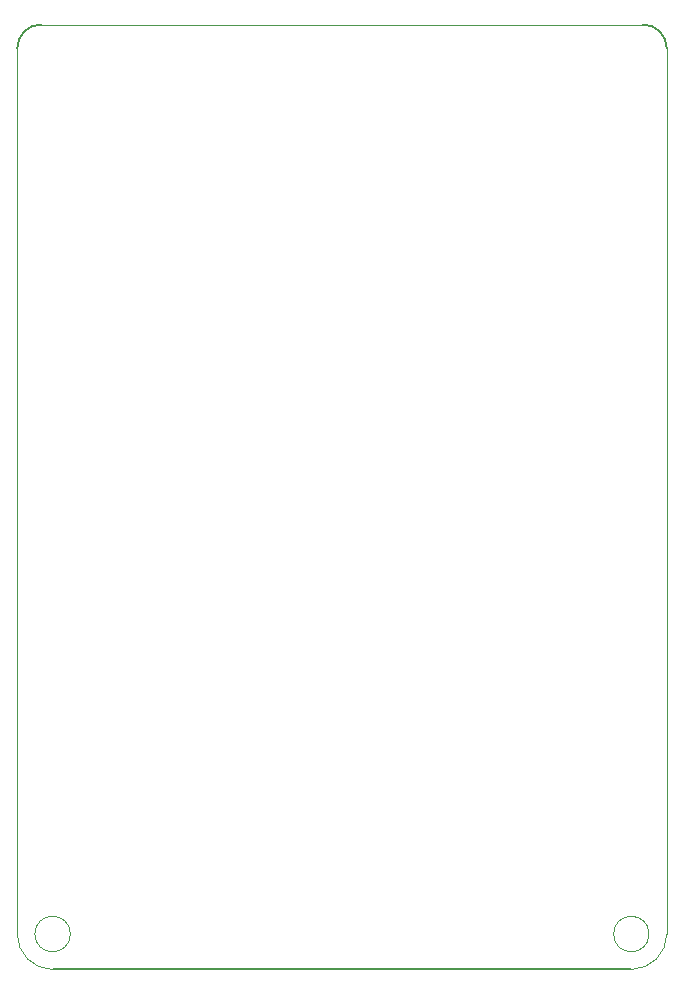
<source format=gbr>
%TF.GenerationSoftware,KiCad,Pcbnew,(5.1.9)-1*%
%TF.CreationDate,2021-06-09T13:11:05-04:00*%
%TF.ProjectId,encoder signal conditioner_rev7,656e636f-6465-4722-9073-69676e616c20,rev?*%
%TF.SameCoordinates,Original*%
%TF.FileFunction,Profile,NP*%
%FSLAX46Y46*%
G04 Gerber Fmt 4.6, Leading zero omitted, Abs format (unit mm)*
G04 Created by KiCad (PCBNEW (5.1.9)-1) date 2021-06-09 13:11:05*
%MOMM*%
%LPD*%
G01*
G04 APERTURE LIST*
%TA.AperFunction,Profile*%
%ADD10C,0.150000*%
%TD*%
%TA.AperFunction,Profile*%
%ADD11C,0.100000*%
%TD*%
G04 APERTURE END LIST*
D10*
X103000000Y-130000000D02*
X152000000Y-130000000D01*
X100000000Y-52000000D02*
G75*
G02*
X102000000Y-50000000I2000000J0D01*
G01*
X153000000Y-50000000D02*
G75*
G02*
X155000000Y-52000000I0J-2000000D01*
G01*
D11*
X153500000Y-127000000D02*
G75*
G03*
X153500000Y-127000000I-1500000J0D01*
G01*
X104500000Y-127000000D02*
G75*
G03*
X104500000Y-127000000I-1500000J0D01*
G01*
X103000000Y-130000000D02*
G75*
G02*
X100000000Y-127000000I0J3000000D01*
G01*
X155000000Y-127000000D02*
G75*
G02*
X152000000Y-130000000I-3000000J0D01*
G01*
X153000000Y-50000000D02*
X102000000Y-50000000D01*
X100000000Y-127000000D02*
X100000000Y-52000000D01*
X155000000Y-127000000D02*
X155000000Y-52000000D01*
M02*

</source>
